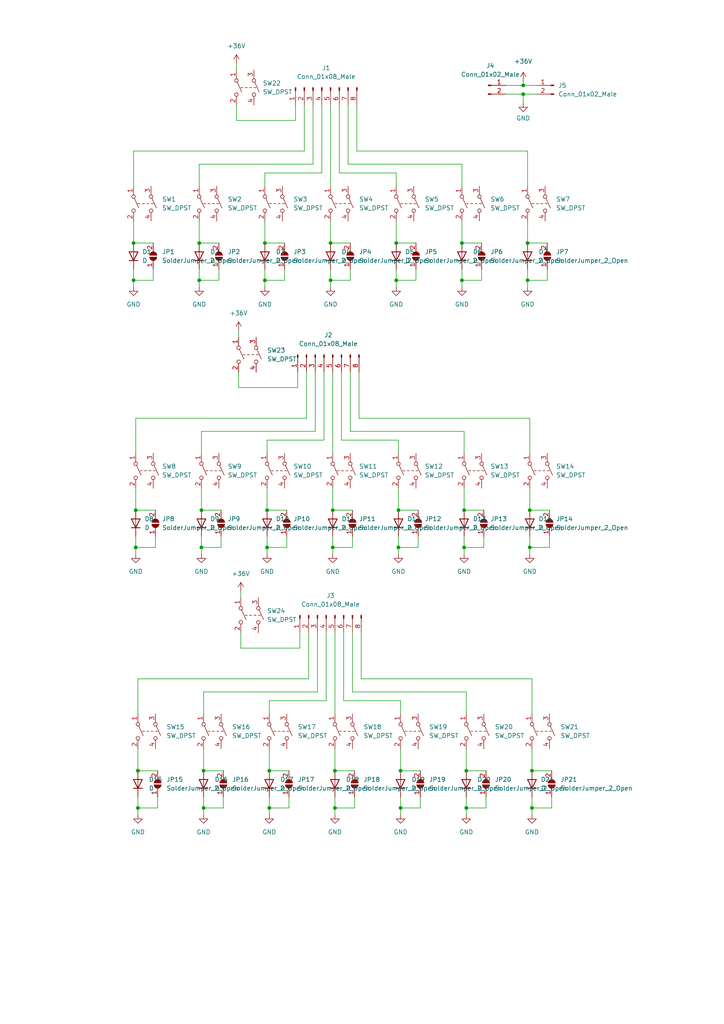
<source format=kicad_sch>
(kicad_sch (version 20211123) (generator eeschema)
  (paper "A4" portrait)
  (lib_symbols
    (symbol "Connector:Conn_01x02_Male" (pin_names (offset 1.016) hide)
      (property "Reference" "J" (at 0 2.54 0))
      (property "Value" "Conn_01x02_Male" (at 0 -5.08 0))
      (symbol "Conn_01x02_Male_1_1"
        (polyline (pts (xy 1.27 -2.54) (xy 0.8636 -2.54)) (stroke (width 0.1524)))
        (polyline (pts (xy 1.27 0) (xy 0.8636 0)) (stroke (width 0.1524)))
        (rectangle (start 0.8636 -2.413) (end 0 -2.667) (stroke (width 0.1524)) (fill (type outline)))
        (rectangle (start 0.8636 0.127) (end 0 -0.127) (stroke (width 0.1524)) (fill (type outline)))
        (pin passive line (at 5.08 0 180) (length 3.81) (name "Pin_1") (number "1"))
        (pin passive line (at 5.08 -2.54 180) (length 3.81) (name "Pin_2") (number "2"))
      )
    )
    (symbol "Connector:Conn_01x08_Male" (pin_names (offset 1.016) hide)
      (property "Reference" "J" (at 0 10.16 0))
      (property "Value" "Conn_01x08_Male" (at 0 -12.7 0))
      (symbol "Conn_01x08_Male_1_1"
        (polyline (pts (xy 1.27 -10.16) (xy 0.8636 -10.16)) (stroke (width 0.1524)))
        (polyline (pts (xy 1.27 -7.62) (xy 0.8636 -7.62)) (stroke (width 0.1524)))
        (polyline (pts (xy 1.27 -5.08) (xy 0.8636 -5.08)) (stroke (width 0.1524)))
        (polyline (pts (xy 1.27 -2.54) (xy 0.8636 -2.54)) (stroke (width 0.1524)))
        (polyline (pts (xy 1.27 0) (xy 0.8636 0)) (stroke (width 0.1524)))
        (polyline (pts (xy 1.27 2.54) (xy 0.8636 2.54)) (stroke (width 0.1524)))
        (polyline (pts (xy 1.27 5.08) (xy 0.8636 5.08)) (stroke (width 0.1524)))
        (polyline (pts (xy 1.27 7.62) (xy 0.8636 7.62)) (stroke (width 0.1524)))
        (rectangle (start 0.8636 -10.033) (end 0 -10.287) (stroke (width 0.1524)) (fill (type outline)))
        (rectangle (start 0.8636 -7.493) (end 0 -7.747) (stroke (width 0.1524)) (fill (type outline)))
        (rectangle (start 0.8636 -4.953) (end 0 -5.207) (stroke (width 0.1524)) (fill (type outline)))
        (rectangle (start 0.8636 -2.413) (end 0 -2.667) (stroke (width 0.1524)) (fill (type outline)))
        (rectangle (start 0.8636 0.127) (end 0 -0.127) (stroke (width 0.1524)) (fill (type outline)))
        (rectangle (start 0.8636 2.667) (end 0 2.413) (stroke (width 0.1524)) (fill (type outline)))
        (rectangle (start 0.8636 5.207) (end 0 4.953) (stroke (width 0.1524)) (fill (type outline)))
        (rectangle (start 0.8636 7.747) (end 0 7.493) (stroke (width 0.1524)) (fill (type outline)))
        (pin passive line (at 5.08 7.62 180) (length 3.81) (name "Pin_1") (number "1"))
        (pin passive line (at 5.08 5.08 180) (length 3.81) (name "Pin_2") (number "2"))
        (pin passive line (at 5.08 2.54 180) (length 3.81) (name "Pin_3") (number "3"))
        (pin passive line (at 5.08 0 180) (length 3.81) (name "Pin_4") (number "4"))
        (pin passive line (at 5.08 -2.54 180) (length 3.81) (name "Pin_5") (number "5"))
        (pin passive line (at 5.08 -5.08 180) (length 3.81) (name "Pin_6") (number "6"))
        (pin passive line (at 5.08 -7.62 180) (length 3.81) (name "Pin_7") (number "7"))
        (pin passive line (at 5.08 -10.16 180) (length 3.81) (name "Pin_8") (number "8"))
      )
    )
    (symbol "Device:D" (pin_numbers hide) (pin_names (offset 1.016) hide)
      (property "Reference" "D" (at 0 2.54 0))
      (property "Value" "D" (at 0 -2.54 0))
      (symbol "D_0_1"
        (polyline (pts (xy -1.27 1.27) (xy -1.27 -1.27)) (stroke (width 0.254)))
        (polyline (pts (xy 1.27 0) (xy -1.27 0)))
        (polyline (pts (xy 1.27 1.27) (xy 1.27 -1.27) (xy -1.27 0) (xy 1.27 1.27)) (stroke (width 0.254)))
      )
      (symbol "D_1_1"
        (pin passive line (at -3.81 0 0) (length 2.54) (name "K") (number "1"))
        (pin passive line (at 3.81 0 180) (length 2.54) (name "A") (number "2"))
      )
    )
    (symbol "Jumper:SolderJumper_2_Open" (pin_names (offset 0) hide)
      (property "Reference" "JP" (at 0 2.032 0))
      (property "Value" "SolderJumper_2_Open" (at 0 -2.54 0))
      (symbol "SolderJumper_2_Open_0_1"
        (arc (start -0.254 1.016) (mid -1.27 0) (end -0.254 -1.016))
        (arc (start -0.254 1.016) (mid -1.27 0) (end -0.254 -1.016) (fill (type outline)))
        (polyline (pts (xy -0.254 1.016) (xy -0.254 -1.016)))
        (polyline (pts (xy 0.254 1.016) (xy 0.254 -1.016)))
        (arc (start 0.254 -1.016) (mid 1.27 0) (end 0.254 1.016))
        (arc (start 0.254 -1.016) (mid 1.27 0) (end 0.254 1.016) (fill (type outline)))
      )
      (symbol "SolderJumper_2_Open_1_1"
        (pin passive line (at -3.81 0 0) (length 2.54) (name "A") (number "1"))
        (pin passive line (at 3.81 0 180) (length 2.54) (name "B") (number "2"))
      )
    )
    (symbol "Switch:SW_DPST" (pin_names (offset 0) hide)
      (property "Reference" "SW" (at 0 5.08 0))
      (property "Value" "SW_DPST" (at 0 -5.08 0))
      (symbol "SW_DPST_0_0"
        (circle (center -2.032 -2.54) (radius 0.508))
        (circle (center -2.032 2.54) (radius 0.508))
        (polyline (pts (xy -1.524 -2.286) (xy 1.27 -1.016)))
        (polyline (pts (xy -1.524 2.794) (xy 1.27 4.064)))
        (polyline (pts (xy 0 -1.27) (xy 0 -0.635)))
        (polyline (pts (xy 0 0) (xy 0 0.635)))
        (polyline (pts (xy 0 1.27) (xy 0 1.905)))
        (polyline (pts (xy 0 2.54) (xy 0 3.175)))
        (circle (center 2.032 -2.54) (radius 0.508))
        (circle (center 2.032 2.54) (radius 0.508))
      )
      (symbol "SW_DPST_1_1"
        (pin passive line (at -5.08 -2.54 0) (length 2.54) (name "1") (number "1"))
        (pin passive line (at 5.08 -2.54 180) (length 2.54) (name "2") (number "2"))
        (pin passive line (at -5.08 2.54 0) (length 2.54) (name "3") (number "3"))
        (pin passive line (at 5.08 2.54 180) (length 2.54) (name "4") (number "4"))
      )
    )
    (symbol "power:+36V" (power) (pin_names (offset 0))
      (property "Value" "+36V" (at 0 3.556 0))
      (symbol "+36V_0_1"
        (polyline (pts (xy -0.762 1.27) (xy 0 2.54)))
        (polyline (pts (xy 0 0) (xy 0 2.54)))
        (polyline (pts (xy 0 2.54) (xy 0.762 1.27)))
      )
      (symbol "+36V_1_1"
        (pin power_in line (at 0 0 90) (length 0) hide (name "+36V") (number "1"))
      )
    )
    (symbol "power:GND" (power) (pin_names (offset 0))
      (property "Value" "GND" (at 0 -3.81 0))
      (symbol "GND_0_1"
        (polyline (pts (xy 0 0) (xy 0 -1.27) (xy 1.27 -1.27) (xy 0 -2.54) (xy -1.27 -1.27) (xy 0 -1.27)))
      )
      (symbol "GND_1_1"
        (pin power_in line (at 0 0 270) (length 0) hide (name "GND") (number "1"))
      )
    )
  )
  (junction (at 151.765 27.305))
  (junction (at 38.735 81.28))
  (junction (at 95.885 81.28))
  (junction (at 153.67 147.955))
  (junction (at 134.62 158.75))
  (junction (at 114.935 70.485))
  (junction (at 153.035 81.28))
  (junction (at 76.835 70.485))
  (junction (at 115.57 158.75))
  (junction (at 95.885 70.485))
  (junction (at 134.62 147.955))
  (junction (at 115.57 147.955))
  (junction (at 151.765 24.765))
  (junction (at 77.47 158.75))
  (junction (at 154.305 223.52))
  (junction (at 135.255 223.52))
  (junction (at 133.985 70.485))
  (junction (at 40.005 234.315))
  (junction (at 38.735 70.485))
  (junction (at 96.52 147.955))
  (junction (at 116.205 234.315))
  (junction (at 57.785 70.485))
  (junction (at 153.035 70.485))
  (junction (at 133.985 81.28))
  (junction (at 78.105 234.315))
  (junction (at 40.005 223.52))
  (junction (at 97.155 223.52))
  (junction (at 78.105 223.52))
  (junction (at 59.055 234.315))
  (junction (at 76.835 81.28))
  (junction (at 135.255 234.315))
  (junction (at 154.305 234.315))
  (junction (at 97.155 234.315))
  (junction (at 39.37 158.75))
  (junction (at 57.785 81.28))
  (junction (at 58.42 158.75))
  (junction (at 58.42 147.955))
  (junction (at 153.67 158.75))
  (junction (at 59.055 223.52))
  (junction (at 39.37 147.955))
  (junction (at 77.47 147.955))
  (junction (at 116.205 223.52))
  (junction (at 96.52 158.75))
  (junction (at 114.935 81.28))
  (wire (pts (xy 64.135 155.575) (xy 64.135 158.75)))
  (wire (pts (xy 78.105 234.315) (xy 83.82 234.315)))
  (wire (pts (xy 77.47 127.635) (xy 77.47 131.445)))
  (wire (pts (xy 39.37 121.285) (xy 88.9 121.285)))
  (wire (pts (xy 101.6 78.105) (xy 101.6 81.28)))
  (wire (pts (xy 134.62 141.605) (xy 134.62 147.955)))
  (wire (pts (xy 69.85 171.45) (xy 69.85 173.355)))
  (wire (pts (xy 77.47 141.605) (xy 77.47 147.955)))
  (wire (pts (xy 154.305 223.52) (xy 160.02 223.52)))
  (wire (pts (xy 115.57 158.75) (xy 115.57 160.655)))
  (wire (pts (xy 95.885 64.135) (xy 95.885 70.485)))
  (wire (pts (xy 39.37 131.445) (xy 39.37 121.285)))
  (wire (pts (xy 133.985 81.28) (xy 133.985 83.185)))
  (wire (pts (xy 57.785 64.135) (xy 57.785 70.485)))
  (wire (pts (xy 151.765 24.765) (xy 146.685 24.765)))
  (wire (pts (xy 115.57 141.605) (xy 115.57 147.955)))
  (wire (pts (xy 135.255 217.17) (xy 135.255 223.52)))
  (wire (pts (xy 59.055 234.315) (xy 59.055 236.22)))
  (wire (pts (xy 68.58 34.925) (xy 85.725 34.925)))
  (wire (pts (xy 97.155 231.14) (xy 97.155 234.315)))
  (wire (pts (xy 114.935 81.28) (xy 120.65 81.28)))
  (wire (pts (xy 93.345 30.48) (xy 93.345 50.165)))
  (wire (pts (xy 39.37 147.955) (xy 45.085 147.955)))
  (wire (pts (xy 115.57 127.635) (xy 115.57 131.445)))
  (wire (pts (xy 154.305 196.85) (xy 154.305 207.01)))
  (wire (pts (xy 116.205 234.315) (xy 121.92 234.315)))
  (wire (pts (xy 135.255 223.52) (xy 140.97 223.52)))
  (wire (pts (xy 77.47 158.75) (xy 77.47 160.655)))
  (wire (pts (xy 88.9 107.95) (xy 88.9 121.285)))
  (wire (pts (xy 39.37 158.75) (xy 39.37 160.655)))
  (wire (pts (xy 57.785 70.485) (xy 63.5 70.485)))
  (wire (pts (xy 153.67 121.285) (xy 153.67 131.445)))
  (wire (pts (xy 139.7 78.105) (xy 139.7 81.28)))
  (wire (pts (xy 135.255 231.14) (xy 135.255 234.315)))
  (wire (pts (xy 38.735 64.135) (xy 38.735 70.485)))
  (wire (pts (xy 69.215 107.95) (xy 69.215 112.395)))
  (wire (pts (xy 160.02 231.14) (xy 160.02 234.315)))
  (wire (pts (xy 102.235 200.66) (xy 135.255 200.66)))
  (wire (pts (xy 97.155 217.17) (xy 97.155 223.52)))
  (wire (pts (xy 40.005 196.85) (xy 89.535 196.85)))
  (wire (pts (xy 83.82 231.14) (xy 83.82 234.315)))
  (wire (pts (xy 115.57 155.575) (xy 115.57 158.75)))
  (wire (pts (xy 114.935 81.28) (xy 114.935 83.185)))
  (wire (pts (xy 76.835 70.485) (xy 82.55 70.485)))
  (wire (pts (xy 153.035 43.815) (xy 153.035 53.975)))
  (wire (pts (xy 68.58 18.415) (xy 68.58 20.32)))
  (wire (pts (xy 39.37 141.605) (xy 39.37 147.955)))
  (wire (pts (xy 153.035 70.485) (xy 158.75 70.485)))
  (wire (pts (xy 96.52 155.575) (xy 96.52 158.75)))
  (wire (pts (xy 140.97 231.14) (xy 140.97 234.315)))
  (wire (pts (xy 92.075 200.66) (xy 59.055 200.66)))
  (wire (pts (xy 93.98 107.95) (xy 93.98 127.635)))
  (wire (pts (xy 40.005 234.315) (xy 45.72 234.315)))
  (wire (pts (xy 94.615 183.515) (xy 94.615 203.2)))
  (wire (pts (xy 57.785 47.625) (xy 57.785 53.975)))
  (wire (pts (xy 58.42 155.575) (xy 58.42 158.75)))
  (wire (pts (xy 89.535 183.515) (xy 89.535 196.85)))
  (wire (pts (xy 63.5 78.105) (xy 63.5 81.28)))
  (wire (pts (xy 99.06 107.95) (xy 99.06 127.635)))
  (wire (pts (xy 134.62 158.75) (xy 134.62 160.655)))
  (wire (pts (xy 95.885 70.485) (xy 101.6 70.485)))
  (wire (pts (xy 76.835 50.165) (xy 76.835 53.975)))
  (wire (pts (xy 153.67 158.75) (xy 159.385 158.75)))
  (wire (pts (xy 103.505 30.48) (xy 103.505 43.815)))
  (wire (pts (xy 90.805 47.625) (xy 57.785 47.625)))
  (wire (pts (xy 98.425 30.48) (xy 98.425 50.165)))
  (wire (pts (xy 151.765 24.765) (xy 155.575 24.765)))
  (wire (pts (xy 93.98 127.635) (xy 77.47 127.635)))
  (wire (pts (xy 78.105 203.2) (xy 78.105 207.01)))
  (wire (pts (xy 44.45 78.105) (xy 44.45 81.28)))
  (wire (pts (xy 116.205 203.2) (xy 116.205 207.01)))
  (wire (pts (xy 151.765 27.305) (xy 155.575 27.305)))
  (wire (pts (xy 64.77 231.14) (xy 64.77 234.315)))
  (wire (pts (xy 38.735 43.815) (xy 88.265 43.815)))
  (wire (pts (xy 58.42 158.75) (xy 64.135 158.75)))
  (wire (pts (xy 153.035 81.28) (xy 153.035 83.185)))
  (wire (pts (xy 159.385 155.575) (xy 159.385 158.75)))
  (wire (pts (xy 78.105 217.17) (xy 78.105 223.52)))
  (wire (pts (xy 38.735 78.105) (xy 38.735 81.28)))
  (wire (pts (xy 151.765 27.305) (xy 151.765 29.845)))
  (wire (pts (xy 69.215 112.395) (xy 86.36 112.395)))
  (wire (pts (xy 59.055 223.52) (xy 64.77 223.52)))
  (wire (pts (xy 91.44 107.95) (xy 91.44 125.095)))
  (wire (pts (xy 45.085 155.575) (xy 45.085 158.75)))
  (wire (pts (xy 78.105 234.315) (xy 78.105 236.22)))
  (wire (pts (xy 104.14 121.285) (xy 153.67 121.285)))
  (wire (pts (xy 78.105 223.52) (xy 83.82 223.52)))
  (wire (pts (xy 95.885 30.48) (xy 95.885 53.975)))
  (wire (pts (xy 99.06 127.635) (xy 115.57 127.635)))
  (wire (pts (xy 146.685 27.305) (xy 151.765 27.305)))
  (wire (pts (xy 153.035 64.135) (xy 153.035 70.485)))
  (wire (pts (xy 133.985 81.28) (xy 139.7 81.28)))
  (wire (pts (xy 86.36 112.395) (xy 86.36 107.95)))
  (wire (pts (xy 76.835 81.28) (xy 76.835 83.185)))
  (wire (pts (xy 116.205 223.52) (xy 121.92 223.52)))
  (wire (pts (xy 69.85 183.515) (xy 69.85 187.96)))
  (wire (pts (xy 40.005 234.315) (xy 40.005 236.22)))
  (wire (pts (xy 69.215 95.885) (xy 69.215 97.79)))
  (wire (pts (xy 96.52 147.955) (xy 102.235 147.955)))
  (wire (pts (xy 115.57 158.75) (xy 121.285 158.75)))
  (wire (pts (xy 58.42 147.955) (xy 64.135 147.955)))
  (wire (pts (xy 97.155 223.52) (xy 102.87 223.52)))
  (wire (pts (xy 59.055 200.66) (xy 59.055 207.01)))
  (wire (pts (xy 97.155 234.315) (xy 97.155 236.22)))
  (wire (pts (xy 91.44 125.095) (xy 58.42 125.095)))
  (wire (pts (xy 134.62 155.575) (xy 134.62 158.75)))
  (wire (pts (xy 58.42 158.75) (xy 58.42 160.655)))
  (wire (pts (xy 85.725 34.925) (xy 85.725 30.48)))
  (wire (pts (xy 57.785 81.28) (xy 57.785 83.185)))
  (wire (pts (xy 39.37 158.75) (xy 45.085 158.75)))
  (wire (pts (xy 38.735 81.28) (xy 38.735 83.185)))
  (wire (pts (xy 134.62 158.75) (xy 140.335 158.75)))
  (wire (pts (xy 59.055 234.315) (xy 64.77 234.315)))
  (wire (pts (xy 77.47 147.955) (xy 83.185 147.955)))
  (wire (pts (xy 135.255 234.315) (xy 135.255 236.22)))
  (wire (pts (xy 96.52 158.75) (xy 102.235 158.75)))
  (wire (pts (xy 59.055 217.17) (xy 59.055 223.52)))
  (wire (pts (xy 69.85 187.96) (xy 86.995 187.96)))
  (wire (pts (xy 100.965 30.48) (xy 100.965 47.625)))
  (wire (pts (xy 58.42 141.605) (xy 58.42 147.955)))
  (wire (pts (xy 140.335 155.575) (xy 140.335 158.75)))
  (wire (pts (xy 57.785 81.28) (xy 63.5 81.28)))
  (wire (pts (xy 116.205 217.17) (xy 116.205 223.52)))
  (wire (pts (xy 78.105 231.14) (xy 78.105 234.315)))
  (wire (pts (xy 97.155 234.315) (xy 102.87 234.315)))
  (wire (pts (xy 121.92 231.14) (xy 121.92 234.315)))
  (wire (pts (xy 40.005 207.01) (xy 40.005 196.85)))
  (wire (pts (xy 45.72 231.14) (xy 45.72 234.315)))
  (wire (pts (xy 151.765 23.495) (xy 151.765 24.765)))
  (wire (pts (xy 99.695 183.515) (xy 99.695 203.2)))
  (wire (pts (xy 133.985 47.625) (xy 133.985 53.975)))
  (wire (pts (xy 40.005 217.17) (xy 40.005 223.52)))
  (wire (pts (xy 59.055 231.14) (xy 59.055 234.315)))
  (wire (pts (xy 158.75 78.105) (xy 158.75 81.28)))
  (wire (pts (xy 116.205 234.315) (xy 116.205 236.22)))
  (wire (pts (xy 76.835 81.28) (xy 82.55 81.28)))
  (wire (pts (xy 102.87 231.14) (xy 102.87 234.315)))
  (wire (pts (xy 153.67 147.955) (xy 159.385 147.955)))
  (wire (pts (xy 133.985 64.135) (xy 133.985 70.485)))
  (wire (pts (xy 88.265 30.48) (xy 88.265 43.815)))
  (wire (pts (xy 96.52 158.75) (xy 96.52 160.655)))
  (wire (pts (xy 153.67 158.75) (xy 153.67 160.655)))
  (wire (pts (xy 153.67 141.605) (xy 153.67 147.955)))
  (wire (pts (xy 82.55 78.105) (xy 82.55 81.28)))
  (wire (pts (xy 154.305 231.14) (xy 154.305 234.315)))
  (wire (pts (xy 58.42 125.095) (xy 58.42 131.445)))
  (wire (pts (xy 57.785 78.105) (xy 57.785 81.28)))
  (wire (pts (xy 104.14 107.95) (xy 104.14 121.285)))
  (wire (pts (xy 153.035 81.28) (xy 158.75 81.28)))
  (wire (pts (xy 121.285 155.575) (xy 121.285 158.75)))
  (wire (pts (xy 134.62 147.955) (xy 140.335 147.955)))
  (wire (pts (xy 77.47 158.75) (xy 83.185 158.75)))
  (wire (pts (xy 104.775 196.85) (xy 154.305 196.85)))
  (wire (pts (xy 133.985 70.485) (xy 139.7 70.485)))
  (wire (pts (xy 96.52 107.95) (xy 96.52 131.445)))
  (wire (pts (xy 114.935 70.485) (xy 120.65 70.485)))
  (wire (pts (xy 95.885 81.28) (xy 101.6 81.28)))
  (wire (pts (xy 154.305 234.315) (xy 154.305 236.22)))
  (wire (pts (xy 100.965 47.625) (xy 133.985 47.625)))
  (wire (pts (xy 135.255 234.315) (xy 140.97 234.315)))
  (wire (pts (xy 90.805 30.48) (xy 90.805 47.625)))
  (wire (pts (xy 115.57 147.955) (xy 121.285 147.955)))
  (wire (pts (xy 116.205 231.14) (xy 116.205 234.315)))
  (wire (pts (xy 97.155 183.515) (xy 97.155 207.01)))
  (wire (pts (xy 103.505 43.815) (xy 153.035 43.815)))
  (wire (pts (xy 40.005 231.14) (xy 40.005 234.315)))
  (wire (pts (xy 114.935 50.165) (xy 114.935 53.975)))
  (wire (pts (xy 133.985 78.105) (xy 133.985 81.28)))
  (wire (pts (xy 94.615 203.2) (xy 78.105 203.2)))
  (wire (pts (xy 134.62 125.095) (xy 134.62 131.445)))
  (wire (pts (xy 114.935 64.135) (xy 114.935 70.485)))
  (wire (pts (xy 99.695 203.2) (xy 116.205 203.2)))
  (wire (pts (xy 154.305 234.315) (xy 160.02 234.315)))
  (wire (pts (xy 76.835 64.135) (xy 76.835 70.485)))
  (wire (pts (xy 68.58 30.48) (xy 68.58 34.925)))
  (wire (pts (xy 77.47 155.575) (xy 77.47 158.75)))
  (wire (pts (xy 83.185 155.575) (xy 83.185 158.75)))
  (wire (pts (xy 38.735 53.975) (xy 38.735 43.815)))
  (wire (pts (xy 39.37 155.575) (xy 39.37 158.75)))
  (wire (pts (xy 101.6 107.95) (xy 101.6 125.095)))
  (wire (pts (xy 153.67 155.575) (xy 153.67 158.75)))
  (wire (pts (xy 120.65 78.105) (xy 120.65 81.28)))
  (wire (pts (xy 76.835 78.105) (xy 76.835 81.28)))
  (wire (pts (xy 40.005 223.52) (xy 45.72 223.52)))
  (wire (pts (xy 114.935 78.105) (xy 114.935 81.28)))
  (wire (pts (xy 154.305 217.17) (xy 154.305 223.52)))
  (wire (pts (xy 96.52 141.605) (xy 96.52 147.955)))
  (wire (pts (xy 135.255 200.66) (xy 135.255 207.01)))
  (wire (pts (xy 95.885 78.105) (xy 95.885 81.28)))
  (wire (pts (xy 101.6 125.095) (xy 134.62 125.095)))
  (wire (pts (xy 38.735 70.485) (xy 44.45 70.485)))
  (wire (pts (xy 102.235 183.515) (xy 102.235 200.66)))
  (wire (pts (xy 86.995 187.96) (xy 86.995 183.515)))
  (wire (pts (xy 102.235 155.575) (xy 102.235 158.75)))
  (wire (pts (xy 104.775 183.515) (xy 104.775 196.85)))
  (wire (pts (xy 93.345 50.165) (xy 76.835 50.165)))
  (wire (pts (xy 153.035 78.105) (xy 153.035 81.28)))
  (wire (pts (xy 95.885 81.28) (xy 95.885 83.185)))
  (wire (pts (xy 92.075 183.515) (xy 92.075 200.66)))
  (wire (pts (xy 38.735 81.28) (xy 44.45 81.28)))
  (wire (pts (xy 98.425 50.165) (xy 114.935 50.165)))
  (symbol (lib_id "Jumper:SolderJumper_2_Open") (at 140.335 151.765 90) (unit 1)
    (property "Reference" "JP13" (at 142.24 150.4949 90) (effects (justify right)))
    (property "Value" "SolderJumper_2_Open" (at 142.24 153.0349 90) (effects (justify right)))
    (property "Footprint" "PartsLibrary:junper" (effects hide))
  )
  (symbol (lib_id "Switch:SW_DPST") (at 136.525 59.055 270) (unit 1)
    (property "Reference" "SW6" (at 142.24 57.7849 90) (effects (justify left)))
    (property "Value" "SW_DPST" (at 142.24 60.3249 90) (effects (justify left)))
    (property "Footprint" "PartsLibrary:MS151S" (effects hide))
  )
  (symbol (lib_id "Connector:Conn_01x08_Male") (at 94.615 178.435 90) (mirror x) (unit 1)
    (property "Reference" "J3" (at 95.885 172.72 90))
    (property "Value" "Conn_01x08_Male" (at 95.885 175.26 90))
    (property "Footprint" "Connector_JST:JST_VH_B8P-VH-B_1x08_P3.96mm_Vertical" (effects hide))
  )
  (symbol (lib_id "Switch:SW_DPST") (at 118.11 136.525 270) (unit 1)
    (property "Reference" "SW12" (at 123.19 135.2549 90) (effects (justify left)))
    (property "Value" "SW_DPST" (at 123.19 137.7949 90) (effects (justify left)))
    (property "Footprint" "PartsLibrary:MS151S" (effects hide))
  )
  (symbol (lib_id "power:GND") (at 96.52 160.655 0) (unit 1)
    (property "Reference" "#PWR0116" (effects hide))
    (property "Value" "GND" (at 96.52 165.735 0))
  )
  (symbol (lib_id "power:GND") (at 95.885 83.185 0) (unit 1)
    (property "Reference" "#PWR0115" (effects hide))
    (property "Value" "GND" (at 95.885 88.265 0))
  )
  (symbol (lib_id "power:GND") (at 116.205 236.22 0) (unit 1)
    (property "Reference" "#PWR0109" (effects hide))
    (property "Value" "GND" (at 116.205 241.3 0))
  )
  (symbol (lib_id "Switch:SW_DPST") (at 79.375 59.055 270) (unit 1)
    (property "Reference" "SW3" (at 85.09 57.7849 90) (effects (justify left)))
    (property "Value" "SW_DPST" (at 85.09 60.3249 90) (effects (justify left)))
    (property "Footprint" "PartsLibrary:MS151S" (effects hide))
  )
  (symbol (lib_id "Switch:SW_DPST") (at 61.595 212.09 270) (unit 1)
    (property "Reference" "SW16" (at 67.31 210.8199 90) (effects (justify left)))
    (property "Value" "SW_DPST" (at 67.31 213.3599 90) (effects (justify left)))
    (property "Footprint" "PartsLibrary:MS151S" (effects hide))
  )
  (symbol (lib_id "Switch:SW_DPST") (at 118.745 212.09 270) (unit 1)
    (property "Reference" "SW19" (at 124.46 210.8199 90) (effects (justify left)))
    (property "Value" "SW_DPST" (at 124.46 213.3599 90) (effects (justify left)))
    (property "Footprint" "PartsLibrary:MS151S" (effects hide))
  )
  (symbol (lib_id "Switch:SW_DPST") (at 60.325 59.055 270) (unit 1)
    (property "Reference" "SW2" (at 66.04 57.7849 90) (effects (justify left)))
    (property "Value" "SW_DPST" (at 66.04 60.3249 90) (effects (justify left)))
    (property "Footprint" "PartsLibrary:MS151S" (effects hide))
  )
  (symbol (lib_id "Jumper:SolderJumper_2_Open") (at 82.55 74.295 90) (unit 1)
    (property "Reference" "JP3" (at 85.09 73.0249 90) (effects (justify right)))
    (property "Value" "SolderJumper_2_Open" (at 85.09 75.5649 90) (effects (justify right)))
    (property "Footprint" "PartsLibrary:junper" (effects hide))
  )
  (symbol (lib_id "Jumper:SolderJumper_2_Open") (at 44.45 74.295 90) (unit 1)
    (property "Reference" "JP1" (at 46.99 73.0249 90) (effects (justify right)))
    (property "Value" "SolderJumper_2_Open" (at 46.99 75.5649 90) (effects (justify right)))
    (property "Footprint" "PartsLibrary:junper" (effects hide))
  )
  (symbol (lib_id "Switch:SW_DPST") (at 99.695 212.09 270) (unit 1)
    (property "Reference" "SW18" (at 105.41 210.8199 90) (effects (justify left)))
    (property "Value" "SW_DPST" (at 105.41 213.3599 90) (effects (justify left)))
    (property "Footprint" "PartsLibrary:MS151S" (effects hide))
  )
  (symbol (lib_id "Jumper:SolderJumper_2_Open") (at 45.085 151.765 90) (unit 1)
    (property "Reference" "JP8" (at 46.99 150.4949 90) (effects (justify right)))
    (property "Value" "SolderJumper_2_Open" (at 46.99 153.0349 90) (effects (justify right)))
    (property "Footprint" "PartsLibrary:junper" (effects hide))
  )
  (symbol (lib_id "Device:D") (at 96.52 151.765 90) (unit 1)
    (property "Reference" "D11" (at 99.06 150.4949 90) (effects (justify right)))
    (property "Value" "D" (at 99.06 153.0349 90) (effects (justify right)))
    (property "Footprint" "PartsLibrary:NSI50350AST3G" (effects hide))
  )
  (symbol (lib_id "power:GND") (at 114.935 83.185 0) (unit 1)
    (property "Reference" "#PWR0114" (effects hide))
    (property "Value" "GND" (at 114.935 88.265 0))
  )
  (symbol (lib_id "Switch:SW_DPST") (at 155.575 59.055 270) (unit 1)
    (property "Reference" "SW7" (at 161.29 57.7849 90) (effects (justify left)))
    (property "Value" "SW_DPST" (at 161.29 60.3249 90) (effects (justify left)))
    (property "Footprint" "PartsLibrary:MS151S" (effects hide))
  )
  (symbol (lib_id "Device:D") (at 154.305 227.33 90) (unit 1)
    (property "Reference" "D21" (at 156.845 226.0599 90) (effects (justify right)))
    (property "Value" "D" (at 156.845 228.5999 90) (effects (justify right)))
    (property "Footprint" "PartsLibrary:NSI50350AST3G" (effects hide))
  )
  (symbol (lib_id "power:+36V") (at 69.215 95.885 0) (unit 1)
    (property "Reference" "#PWR0120" (effects hide))
    (property "Value" "+36V" (at 69.215 90.805 0))
  )
  (symbol (lib_id "power:GND") (at 135.255 236.22 0) (unit 1)
    (property "Reference" "#PWR0107" (effects hide))
    (property "Value" "GND" (at 135.255 241.3 0))
  )
  (symbol (lib_id "Jumper:SolderJumper_2_Open") (at 159.385 151.765 90) (unit 1)
    (property "Reference" "JP14" (at 161.29 150.4949 90) (effects (justify right)))
    (property "Value" "SolderJumper_2_Open" (at 161.29 153.0349 90) (effects (justify right)))
    (property "Footprint" "PartsLibrary:junper" (effects hide))
  )
  (symbol (lib_id "power:GND") (at 77.47 160.655 0) (unit 1)
    (property "Reference" "#PWR0105" (effects hide))
    (property "Value" "GND" (at 77.47 165.735 0))
  )
  (symbol (lib_id "Device:D") (at 40.005 227.33 90) (unit 1)
    (property "Reference" "D15" (at 43.18 226.0599 90) (effects (justify right)))
    (property "Value" "D" (at 43.18 228.5999 90) (effects (justify right)))
    (property "Footprint" "PartsLibrary:NSI50350AST3G" (effects hide))
  )
  (symbol (lib_id "Switch:SW_DPST") (at 71.12 25.4 270) (unit 1)
    (property "Reference" "SW22" (at 76.2 24.1299 90) (effects (justify left)))
    (property "Value" "SW_DPST" (at 76.2 26.6699 90) (effects (justify left)))
    (property "Footprint" "PartsLibrary:MS151S" (effects hide))
  )
  (symbol (lib_id "Jumper:SolderJumper_2_Open") (at 140.97 227.33 90) (unit 1)
    (property "Reference" "JP20" (at 143.51 226.0599 90) (effects (justify right)))
    (property "Value" "SolderJumper_2_Open" (at 143.51 228.5999 90) (effects (justify right)))
    (property "Footprint" "PartsLibrary:junper" (effects hide))
  )
  (symbol (lib_id "power:GND") (at 153.67 160.655 0) (unit 1)
    (property "Reference" "#PWR0103" (effects hide))
    (property "Value" "GND" (at 153.67 165.735 0))
  )
  (symbol (lib_id "Connector:Conn_01x08_Male") (at 93.345 25.4 90) (mirror x) (unit 1)
    (property "Reference" "J1" (at 94.615 19.685 90))
    (property "Value" "Conn_01x08_Male" (at 94.615 22.225 90))
    (property "Footprint" "Connector_JST:JST_VH_B8P-VH-B_1x08_P3.96mm_Vertical" (effects hide))
  )
  (symbol (lib_id "power:+36V") (at 69.85 171.45 0) (unit 1)
    (property "Reference" "#PWR0106" (effects hide))
    (property "Value" "+36V" (at 69.85 166.37 0))
  )
  (symbol (lib_id "Device:D") (at 114.935 74.295 90) (unit 1)
    (property "Reference" "D5" (at 117.475 73.0249 90) (effects (justify right)))
    (property "Value" "D" (at 117.475 75.5649 90) (effects (justify right)))
    (property "Footprint" "PartsLibrary:NSI50350AST3G" (effects hide))
  )
  (symbol (lib_id "Switch:SW_DPST") (at 137.16 136.525 270) (unit 1)
    (property "Reference" "SW13" (at 142.24 135.2549 90) (effects (justify left)))
    (property "Value" "SW_DPST" (at 142.24 137.7949 90) (effects (justify left)))
    (property "Footprint" "PartsLibrary:MS151S" (effects hide))
  )
  (symbol (lib_id "Jumper:SolderJumper_2_Open") (at 160.02 227.33 90) (unit 1)
    (property "Reference" "JP21" (at 162.56 226.0599 90) (effects (justify right)))
    (property "Value" "SolderJumper_2_Open" (at 162.56 228.5999 90) (effects (justify right)))
    (property "Footprint" "PartsLibrary:junper" (effects hide))
  )
  (symbol (lib_id "Connector:Conn_01x02_Male") (at 141.605 24.765 0) (unit 1)
    (property "Reference" "J4" (at 142.24 19.05 0))
    (property "Value" "Conn_01x02_Male" (at 142.24 21.59 0))
    (property "Footprint" "Connector_JST:JST_VH_B2PS-VH_1x02_P3.96mm_Horizontal" (effects hide))
  )
  (symbol (lib_id "power:GND") (at 154.305 236.22 0) (unit 1)
    (property "Reference" "#PWR0110" (effects hide))
    (property "Value" "GND" (at 154.305 241.3 0))
  )
  (symbol (lib_id "Jumper:SolderJumper_2_Open") (at 63.5 74.295 90) (unit 1)
    (property "Reference" "JP2" (at 66.04 73.0249 90) (effects (justify right)))
    (property "Value" "SolderJumper_2_Open" (at 66.04 75.5649 90) (effects (justify right)))
    (property "Footprint" "PartsLibrary:junper" (effects hide))
  )
  (symbol (lib_id "Device:D") (at 59.055 227.33 90) (unit 1)
    (property "Reference" "D16" (at 62.23 226.0599 90) (effects (justify right)))
    (property "Value" "D" (at 62.23 228.5999 90) (effects (justify right)))
    (property "Footprint" "PartsLibrary:NSI50350AST3G" (effects hide))
  )
  (symbol (lib_id "Jumper:SolderJumper_2_Open") (at 139.7 74.295 90) (unit 1)
    (property "Reference" "JP6" (at 142.24 73.0249 90) (effects (justify right)))
    (property "Value" "SolderJumper_2_Open" (at 142.24 75.5649 90) (effects (justify right)))
    (property "Footprint" "PartsLibrary:junper" (effects hide))
  )
  (symbol (lib_id "Device:D") (at 78.105 227.33 90) (unit 1)
    (property "Reference" "D17" (at 81.28 226.0599 90) (effects (justify right)))
    (property "Value" "D" (at 81.28 228.5999 90) (effects (justify right)))
    (property "Footprint" "PartsLibrary:NSI50350AST3G" (effects hide))
  )
  (symbol (lib_id "power:GND") (at 151.765 29.845 0) (unit 1)
    (property "Reference" "#PWR0125" (effects hide))
    (property "Value" "GND" (at 151.765 34.29 0))
  )
  (symbol (lib_id "Jumper:SolderJumper_2_Open") (at 45.72 227.33 90) (unit 1)
    (property "Reference" "JP15" (at 48.26 226.0599 90) (effects (justify right)))
    (property "Value" "SolderJumper_2_Open" (at 48.26 228.5999 90) (effects (justify right)))
    (property "Footprint" "PartsLibrary:junper" (effects hide))
  )
  (symbol (lib_id "Device:D") (at 116.205 227.33 90) (unit 1)
    (property "Reference" "D19" (at 119.38 226.0599 90) (effects (justify right)))
    (property "Value" "D" (at 119.38 228.5999 90) (effects (justify right)))
    (property "Footprint" "PartsLibrary:NSI50350AST3G" (effects hide))
  )
  (symbol (lib_id "Jumper:SolderJumper_2_Open") (at 102.87 227.33 90) (unit 1)
    (property "Reference" "JP18" (at 105.41 226.0599 90) (effects (justify right)))
    (property "Value" "SolderJumper_2_Open" (at 105.41 228.5999 90) (effects (justify right)))
    (property "Footprint" "PartsLibrary:junper" (effects hide))
  )
  (symbol (lib_id "Device:D") (at 134.62 151.765 90) (unit 1)
    (property "Reference" "D13" (at 137.16 150.4949 90) (effects (justify right)))
    (property "Value" "D" (at 137.16 153.0349 90) (effects (justify right)))
    (property "Footprint" "PartsLibrary:NSI50350AST3G" (effects hide))
  )
  (symbol (lib_id "Connector:Conn_01x02_Male") (at 160.655 24.765 0) (mirror y) (unit 1)
    (property "Reference" "J5" (at 161.925 24.7649 0) (effects (justify right)))
    (property "Value" "Conn_01x02_Male" (at 161.925 27.3049 0) (effects (justify right)))
    (property "Footprint" "Connector_JST:JST_VH_B2PS-VH_1x02_P3.96mm_Horizontal" (effects hide))
  )
  (symbol (lib_id "Device:D") (at 38.735 74.295 90) (unit 1)
    (property "Reference" "D1" (at 41.275 73.0249 90) (effects (justify right)))
    (property "Value" "D" (at 41.275 75.5649 90) (effects (justify right)))
    (property "Footprint" "PartsLibrary:NSI50350AST3G" (effects hide))
  )
  (symbol (lib_id "Jumper:SolderJumper_2_Open") (at 101.6 74.295 90) (unit 1)
    (property "Reference" "JP4" (at 104.14 73.0249 90) (effects (justify right)))
    (property "Value" "SolderJumper_2_Open" (at 104.14 75.5649 90) (effects (justify right)))
    (property "Footprint" "PartsLibrary:junper" (effects hide))
  )
  (symbol (lib_id "Switch:SW_DPST") (at 72.39 178.435 270) (unit 1)
    (property "Reference" "SW24" (at 77.47 177.1649 90) (effects (justify left)))
    (property "Value" "SW_DPST" (at 77.47 179.7049 90) (effects (justify left)))
    (property "Footprint" "PartsLibrary:MS151S" (effects hide))
  )
  (symbol (lib_id "power:GND") (at 153.035 83.185 0) (unit 1)
    (property "Reference" "#PWR0101" (effects hide))
    (property "Value" "GND" (at 153.035 88.265 0))
  )
  (symbol (lib_id "Jumper:SolderJumper_2_Open") (at 121.285 151.765 90) (unit 1)
    (property "Reference" "JP12" (at 123.19 150.4949 90) (effects (justify right)))
    (property "Value" "SolderJumper_2_Open" (at 123.19 153.0349 90) (effects (justify right)))
    (property "Footprint" "PartsLibrary:junper" (effects hide))
  )
  (symbol (lib_id "Device:D") (at 133.985 74.295 90) (unit 1)
    (property "Reference" "D6" (at 137.16 73.0249 90) (effects (justify right)))
    (property "Value" "D" (at 137.16 75.5649 90) (effects (justify right)))
    (property "Footprint" "PartsLibrary:NSI50350AST3G" (effects hide))
  )
  (symbol (lib_id "power:GND") (at 134.62 160.655 0) (unit 1)
    (property "Reference" "#PWR0102" (effects hide))
    (property "Value" "GND" (at 134.62 165.735 0))
  )
  (symbol (lib_id "Switch:SW_DPST") (at 156.21 136.525 270) (unit 1)
    (property "Reference" "SW14" (at 161.29 135.2549 90) (effects (justify left)))
    (property "Value" "SW_DPST" (at 161.29 137.7949 90) (effects (justify left)))
    (property "Footprint" "PartsLibrary:MS151S" (effects hide))
  )
  (symbol (lib_id "Switch:SW_DPST") (at 80.01 136.525 270) (unit 1)
    (property "Reference" "SW10" (at 85.09 135.2549 90) (effects (justify left)))
    (property "Value" "SW_DPST" (at 85.09 137.7949 90) (effects (justify left)))
    (property "Footprint" "PartsLibrary:MS151S" (effects hide))
  )
  (symbol (lib_id "power:GND") (at 115.57 160.655 0) (unit 1)
    (property "Reference" "#PWR0117" (effects hide))
    (property "Value" "GND" (at 115.57 165.735 0))
  )
  (symbol (lib_id "Device:D") (at 97.155 227.33 90) (unit 1)
    (property "Reference" "D18" (at 100.33 226.0599 90) (effects (justify right)))
    (property "Value" "D" (at 100.33 228.5999 90) (effects (justify right)))
    (property "Footprint" "PartsLibrary:NSI50350AST3G" (effects hide))
  )
  (symbol (lib_id "Switch:SW_DPST") (at 41.91 136.525 270) (unit 1)
    (property "Reference" "SW8" (at 46.99 135.2549 90) (effects (justify left)))
    (property "Value" "SW_DPST" (at 46.99 137.7949 90) (effects (justify left)))
    (property "Footprint" "PartsLibrary:MS151S" (effects hide))
  )
  (symbol (lib_id "power:GND") (at 133.985 83.185 0) (unit 1)
    (property "Reference" "#PWR0104" (effects hide))
    (property "Value" "GND" (at 133.985 88.265 0))
  )
  (symbol (lib_id "power:GND") (at 38.735 83.185 0) (unit 1)
    (property "Reference" "#PWR0121" (effects hide))
    (property "Value" "GND" (at 38.735 88.265 0))
  )
  (symbol (lib_id "Jumper:SolderJumper_2_Open") (at 64.135 151.765 90) (unit 1)
    (property "Reference" "JP9" (at 66.04 150.4949 90) (effects (justify right)))
    (property "Value" "SolderJumper_2_Open" (at 66.04 153.0349 90) (effects (justify right)))
    (property "Footprint" "PartsLibrary:junper" (effects hide))
  )
  (symbol (lib_id "power:GND") (at 76.835 83.185 0) (unit 1)
    (property "Reference" "#PWR0124" (effects hide))
    (property "Value" "GND" (at 76.835 88.265 0))
  )
  (symbol (lib_id "Jumper:SolderJumper_2_Open") (at 121.92 227.33 90) (unit 1)
    (property "Reference" "JP19" (at 124.46 226.0599 90) (effects (justify right)))
    (property "Value" "SolderJumper_2_Open" (at 124.46 228.5999 90) (effects (justify right)))
    (property "Footprint" "PartsLibrary:junper" (effects hide))
  )
  (symbol (lib_id "Switch:SW_DPST") (at 42.545 212.09 270) (unit 1)
    (property "Reference" "SW15" (at 48.26 210.8199 90) (effects (justify left)))
    (property "Value" "SW_DPST" (at 48.26 213.3599 90) (effects (justify left)))
    (property "Footprint" "PartsLibrary:MS151S" (effects hide))
  )
  (symbol (lib_id "Device:D") (at 153.035 74.295 90) (unit 1)
    (property "Reference" "D7" (at 156.21 73.0249 90) (effects (justify right)))
    (property "Value" "D" (at 156.21 75.5649 90) (effects (justify right)))
    (property "Footprint" "PartsLibrary:NSI50350AST3G" (effects hide))
  )
  (symbol (lib_id "Jumper:SolderJumper_2_Open") (at 158.75 74.295 90) (unit 1)
    (property "Reference" "JP7" (at 161.29 73.0249 90) (effects (justify right)))
    (property "Value" "SolderJumper_2_Open" (at 161.29 75.5649 90) (effects (justify right)))
    (property "Footprint" "PartsLibrary:junper" (effects hide))
  )
  (symbol (lib_id "power:GND") (at 40.005 236.22 0) (unit 1)
    (property "Reference" "#PWR0111" (effects hide))
    (property "Value" "GND" (at 40.005 241.3 0))
  )
  (symbol (lib_id "power:GND") (at 97.155 236.22 0) (unit 1)
    (property "Reference" "#PWR0108" (effects hide))
    (property "Value" "GND" (at 97.155 241.3 0))
  )
  (symbol (lib_id "Switch:SW_DPST") (at 60.96 136.525 270) (unit 1)
    (property "Reference" "SW9" (at 66.04 135.2549 90) (effects (justify left)))
    (property "Value" "SW_DPST" (at 66.04 137.7949 90) (effects (justify left)))
    (property "Footprint" "PartsLibrary:MS151S" (effects hide))
  )
  (symbol (lib_id "Switch:SW_DPST") (at 71.755 102.87 270) (unit 1)
    (property "Reference" "SW23" (at 77.47 101.5999 90) (effects (justify left)))
    (property "Value" "SW_DPST" (at 77.47 104.1399 90) (effects (justify left)))
    (property "Footprint" "PartsLibrary:MS151S" (effects hide))
  )
  (symbol (lib_id "power:GND") (at 59.055 236.22 0) (unit 1)
    (property "Reference" "#PWR0113" (effects hide))
    (property "Value" "GND" (at 59.055 241.3 0))
  )
  (symbol (lib_id "Device:D") (at 115.57 151.765 90) (unit 1)
    (property "Reference" "D12" (at 118.11 150.4949 90) (effects (justify right)))
    (property "Value" "D" (at 118.11 153.0349 90) (effects (justify right)))
    (property "Footprint" "PartsLibrary:NSI50350AST3G" (effects hide))
  )
  (symbol (lib_id "power:GND") (at 58.42 160.655 0) (unit 1)
    (property "Reference" "#PWR0118" (effects hide))
    (property "Value" "GND" (at 58.42 165.735 0))
  )
  (symbol (lib_id "Switch:SW_DPST") (at 98.425 59.055 270) (unit 1)
    (property "Reference" "SW4" (at 104.14 57.7849 90) (effects (justify left)))
    (property "Value" "SW_DPST" (at 104.14 60.3249 90) (effects (justify left)))
    (property "Footprint" "PartsLibrary:MS151S" (effects hide))
  )
  (symbol (lib_id "Switch:SW_DPST") (at 41.275 59.055 270) (unit 1)
    (property "Reference" "SW1" (at 46.99 57.7849 90) (effects (justify left)))
    (property "Value" "SW_DPST" (at 46.99 60.3249 90) (effects (justify left)))
    (property "Footprint" "PartsLibrary:MS151S" (effects hide))
  )
  (symbol (lib_id "Switch:SW_DPST") (at 80.645 212.09 270) (unit 1)
    (property "Reference" "SW17" (at 86.36 210.8199 90) (effects (justify left)))
    (property "Value" "SW_DPST" (at 86.36 213.3599 90) (effects (justify left)))
    (property "Footprint" "PartsLibrary:MS151S" (effects hide))
  )
  (symbol (lib_id "Connector:Conn_01x08_Male") (at 93.98 102.87 90) (mirror x) (unit 1)
    (property "Reference" "J2" (at 95.25 97.155 90))
    (property "Value" "Conn_01x08_Male" (at 95.25 99.695 90))
    (property "Footprint" "Connector_JST:JST_VH_B8P-VH-B_1x08_P3.96mm_Vertical" (effects hide))
  )
  (symbol (lib_id "Device:D") (at 153.67 151.765 90) (unit 1)
    (property "Reference" "D14" (at 156.21 150.4949 90) (effects (justify right)))
    (property "Value" "D" (at 156.21 153.0349 90) (effects (justify right)))
    (property "Footprint" "PartsLibrary:NSI50350AST3G" (effects hide))
  )
  (symbol (lib_id "Device:D") (at 95.885 74.295 90) (unit 1)
    (property "Reference" "D4" (at 99.06 73.0249 90) (effects (justify right)))
    (property "Value" "D" (at 99.06 75.5649 90) (effects (justify right)))
    (property "Footprint" "PartsLibrary:NSI50350AST3G" (effects hide))
  )
  (symbol (lib_id "power:GND") (at 78.105 236.22 0) (unit 1)
    (property "Reference" "#PWR0112" (effects hide))
    (property "Value" "GND" (at 78.105 241.3 0))
  )
  (symbol (lib_id "Jumper:SolderJumper_2_Open") (at 64.77 227.33 90) (unit 1)
    (property "Reference" "JP16" (at 67.31 226.0599 90) (effects (justify right)))
    (property "Value" "SolderJumper_2_Open" (at 67.31 228.5999 90) (effects (justify right)))
    (property "Footprint" "PartsLibrary:junper" (effects hide))
  )
  (symbol (lib_id "Switch:SW_DPST") (at 156.845 212.09 270) (unit 1)
    (property "Reference" "SW21" (at 162.56 210.8199 90) (effects (justify left)))
    (property "Value" "SW_DPST" (at 162.56 213.3599 90) (effects (justify left)))
    (property "Footprint" "PartsLibrary:MS151S" (effects hide))
  )
  (symbol (lib_id "Device:D") (at 76.835 74.295 90) (unit 1)
    (property "Reference" "D3" (at 80.01 73.0249 90) (effects (justify right)))
    (property "Value" "D" (at 80.01 75.5649 90) (effects (justify right)))
    (property "Footprint" "PartsLibrary:NSI50350AST3G" (effects hide))
  )
  (symbol (lib_id "Device:D") (at 58.42 151.765 90) (unit 1)
    (property "Reference" "D9" (at 60.96 150.4949 90) (effects (justify right)))
    (property "Value" "D" (at 60.96 153.0349 90) (effects (justify right)))
    (property "Footprint" "PartsLibrary:NSI50350AST3G" (effects hide))
  )
  (symbol (lib_id "Switch:SW_DPST") (at 99.06 136.525 270) (unit 1)
    (property "Reference" "SW11" (at 104.14 135.2549 90) (effects (justify left)))
    (property "Value" "SW_DPST" (at 104.14 137.7949 90) (effects (justify left)))
    (property "Footprint" "PartsLibrary:MS151S" (effects hide))
  )
  (symbol (lib_id "Switch:SW_DPST") (at 137.795 212.09 270) (unit 1)
    (property "Reference" "SW20" (at 143.51 210.8199 90) (effects (justify left)))
    (property "Value" "SW_DPST" (at 143.51 213.3599 90) (effects (justify left)))
    (property "Footprint" "PartsLibrary:MS151S" (effects hide))
  )
  (symbol (lib_id "Jumper:SolderJumper_2_Open") (at 83.82 227.33 90) (unit 1)
    (property "Reference" "JP17" (at 86.36 226.0599 90) (effects (justify right)))
    (property "Value" "SolderJumper_2_Open" (at 86.36 228.5999 90) (effects (justify right)))
    (property "Footprint" "PartsLibrary:junper" (effects hide))
  )
  (symbol (lib_id "Switch:SW_DPST") (at 117.475 59.055 270) (unit 1)
    (property "Reference" "SW5" (at 123.19 57.7849 90) (effects (justify left)))
    (property "Value" "SW_DPST" (at 123.19 60.3249 90) (effects (justify left)))
    (property "Footprint" "PartsLibrary:MS151S" (effects hide))
  )
  (symbol (lib_id "Device:D") (at 57.785 74.295 90) (unit 1)
    (property "Reference" "D2" (at 60.96 73.0249 90) (effects (justify right)))
    (property "Value" "D" (at 60.96 75.5649 90) (effects (justify right)))
    (property "Footprint" "PartsLibrary:NSI50350AST3G" (effects hide))
  )
  (symbol (lib_id "power:+36V") (at 68.58 18.415 0) (unit 1)
    (property "Reference" "#PWR0122" (effects hide))
    (property "Value" "+36V" (at 68.58 13.335 0))
  )
  (symbol (lib_id "power:GND") (at 57.785 83.185 0) (unit 1)
    (property "Reference" "#PWR0123" (effects hide))
    (property "Value" "GND" (at 57.785 88.265 0))
  )
  (symbol (lib_id "power:GND") (at 39.37 160.655 0) (unit 1)
    (property "Reference" "#PWR0119" (effects hide))
    (property "Value" "GND" (at 39.37 165.735 0))
  )
  (symbol (lib_id "Jumper:SolderJumper_2_Open") (at 102.235 151.765 90) (unit 1)
    (property "Reference" "JP11" (at 104.14 150.4949 90) (effects (justify right)))
    (property "Value" "SolderJumper_2_Open" (at 104.14 153.0349 90) (effects (justify right)))
    (property "Footprint" "PartsLibrary:junper" (effects hide))
  )
  (symbol (lib_id "Device:D") (at 39.37 151.765 90) (unit 1)
    (property "Reference" "D8" (at 41.91 150.4949 90) (effects (justify right)))
    (property "Value" "D" (at 41.91 153.0349 90) (effects (justify right)))
    (property "Footprint" "PartsLibrary:NSI50350AST3G" (effects hide))
  )
  (symbol (lib_id "Jumper:SolderJumper_2_Open") (at 120.65 74.295 90) (unit 1)
    (property "Reference" "JP5" (at 123.19 73.0249 90) (effects (justify right)))
    (property "Value" "SolderJumper_2_Open" (at 123.19 75.5649 90) (effects (justify right)))
    (property "Footprint" "PartsLibrary:junper" (effects hide))
  )
  (symbol (lib_id "Device:D") (at 77.47 151.765 90) (unit 1)
    (property "Reference" "D10" (at 80.01 150.4949 90) (effects (justify right)))
    (property "Value" "D" (at 80.01 153.0349 90) (effects (justify right)))
    (property "Footprint" "PartsLibrary:NSI50350AST3G" (effects hide))
  )
  (symbol (lib_id "Jumper:SolderJumper_2_Open") (at 83.185 151.765 90) (unit 1)
    (property "Reference" "JP10" (at 85.09 150.4949 90) (effects (justify right)))
    (property "Value" "SolderJumper_2_Open" (at 85.09 153.0349 90) (effects (justify right)))
    (property "Footprint" "PartsLibrary:junper" (effects hide))
  )
  (symbol (lib_id "power:+36V") (at 151.765 23.495 0) (unit 1)
    (property "Reference" "#PWR0126" (effects hide))
    (property "Value" "+36V" (at 151.765 17.78 0))
  )
  (symbol (lib_id "Device:D") (at 135.255 227.33 90) (unit 1)
    (property "Reference" "D20" (at 138.43 226.0599 90) (effects (justify right)))
    (property "Value" "D" (at 138.43 228.5999 90) (effects (justify right)))
    (property "Footprint" "PartsLibrary:NSI50350AST3G" (effects hide))
  )
)
</source>
